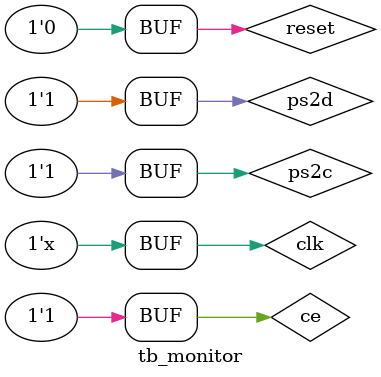
<source format=v>

module tb_monitor;

	// Inputs
	reg clk;
	reg reset;
	reg ps2d;
	reg ps2c;
	// Outputs
	wire tx;
	
	
	reg ce;

	kb_monitor uut (
		.clk(clk), 
		.reset(reset), 
		.ps2d(ps2d), 
		.ps2c(ps2c), 
		.tx(tx)
	);

	always #10 clk = !clk;
	always #2500 ps2c = !ps2c | ce;


	initial begin
		// Initialize Inputs
		clk = 0;
		reset = 1;
		#10 reset = 0;
		ps2d = 1;
		ps2c = 1;
		ce = 1;
		
		#5000 ce =0;ps2d = 0; //bit start
		
		//Data 45h '0' => 30h 0011 0000
		#5000 ps2d = 1;
		#5000 ps2d = 0;
		#5000 ps2d = 1;
		#5000 ps2d = 0;
		
		#5000 ps2d = 0;
		#5000 ps2d = 0;
		#5000 ps2d = 1;
		#5000 ps2d = 0;
		//
		
		#5000 ps2d = 1; //bit parity
		#5000 ps2d = 1; //bit stop
		
		#5000 ce = 1;
		
	end
      

endmodule


</source>
